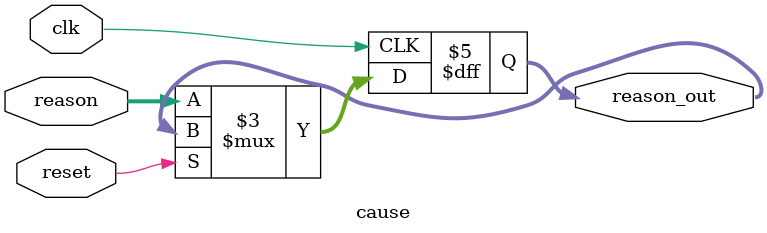
<source format=v>
`timescale 1ns / 1ps


module cause(
    input clk,reset,
    input [31:0]reason,
    output reg [31:0]reason_out
    );
    always @(posedge clk)
        begin
            if(reset==0)
                begin
                    reason_out<=reason;
                end 
        end
endmodule

</source>
